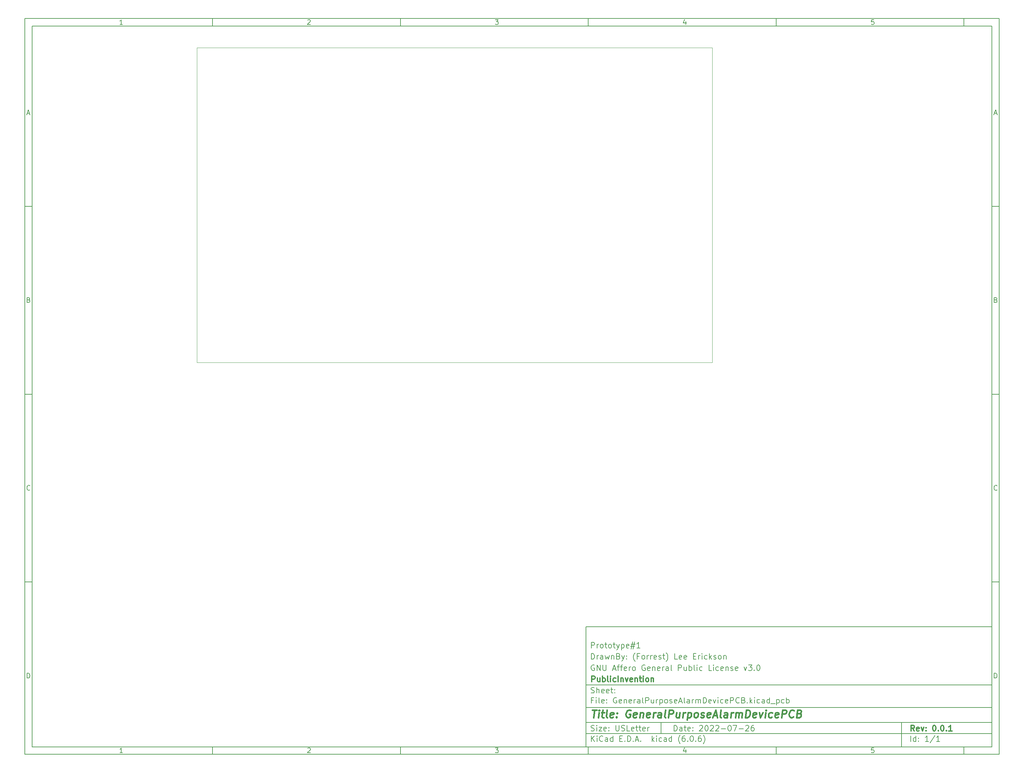
<source format=gbr>
%TF.GenerationSoftware,KiCad,Pcbnew,(6.0.6)*%
%TF.CreationDate,2022-08-04T15:50:23-04:00*%
%TF.ProjectId,GeneralPurposeAlarmDevicePCB,47656e65-7261-46c5-9075-72706f736541,0.0.1*%
%TF.SameCoordinates,Original*%
%TF.FileFunction,Profile,NP*%
%FSLAX46Y46*%
G04 Gerber Fmt 4.6, Leading zero omitted, Abs format (unit mm)*
G04 Created by KiCad (PCBNEW (6.0.6)) date 2022-08-04 15:50:23*
%MOMM*%
%LPD*%
G01*
G04 APERTURE LIST*
%ADD10C,0.100000*%
%ADD11C,0.150000*%
%ADD12C,0.300000*%
%ADD13C,0.400000*%
%TA.AperFunction,Profile*%
%ADD14C,0.050000*%
%TD*%
G04 APERTURE END LIST*
D10*
D11*
X159400000Y-171900000D02*
X159400000Y-203900000D01*
X267400000Y-203900000D01*
X267400000Y-171900000D01*
X159400000Y-171900000D01*
D10*
D11*
X10000000Y-10000000D02*
X10000000Y-205900000D01*
X269400000Y-205900000D01*
X269400000Y-10000000D01*
X10000000Y-10000000D01*
D10*
D11*
X12000000Y-12000000D02*
X12000000Y-203900000D01*
X267400000Y-203900000D01*
X267400000Y-12000000D01*
X12000000Y-12000000D01*
D10*
D11*
X60000000Y-12000000D02*
X60000000Y-10000000D01*
D10*
D11*
X110000000Y-12000000D02*
X110000000Y-10000000D01*
D10*
D11*
X160000000Y-12000000D02*
X160000000Y-10000000D01*
D10*
D11*
X210000000Y-12000000D02*
X210000000Y-10000000D01*
D10*
D11*
X260000000Y-12000000D02*
X260000000Y-10000000D01*
D10*
D11*
X36065476Y-11588095D02*
X35322619Y-11588095D01*
X35694047Y-11588095D02*
X35694047Y-10288095D01*
X35570238Y-10473809D01*
X35446428Y-10597619D01*
X35322619Y-10659523D01*
D10*
D11*
X85322619Y-10411904D02*
X85384523Y-10350000D01*
X85508333Y-10288095D01*
X85817857Y-10288095D01*
X85941666Y-10350000D01*
X86003571Y-10411904D01*
X86065476Y-10535714D01*
X86065476Y-10659523D01*
X86003571Y-10845238D01*
X85260714Y-11588095D01*
X86065476Y-11588095D01*
D10*
D11*
X135260714Y-10288095D02*
X136065476Y-10288095D01*
X135632142Y-10783333D01*
X135817857Y-10783333D01*
X135941666Y-10845238D01*
X136003571Y-10907142D01*
X136065476Y-11030952D01*
X136065476Y-11340476D01*
X136003571Y-11464285D01*
X135941666Y-11526190D01*
X135817857Y-11588095D01*
X135446428Y-11588095D01*
X135322619Y-11526190D01*
X135260714Y-11464285D01*
D10*
D11*
X185941666Y-10721428D02*
X185941666Y-11588095D01*
X185632142Y-10226190D02*
X185322619Y-11154761D01*
X186127380Y-11154761D01*
D10*
D11*
X236003571Y-10288095D02*
X235384523Y-10288095D01*
X235322619Y-10907142D01*
X235384523Y-10845238D01*
X235508333Y-10783333D01*
X235817857Y-10783333D01*
X235941666Y-10845238D01*
X236003571Y-10907142D01*
X236065476Y-11030952D01*
X236065476Y-11340476D01*
X236003571Y-11464285D01*
X235941666Y-11526190D01*
X235817857Y-11588095D01*
X235508333Y-11588095D01*
X235384523Y-11526190D01*
X235322619Y-11464285D01*
D10*
D11*
X60000000Y-203900000D02*
X60000000Y-205900000D01*
D10*
D11*
X110000000Y-203900000D02*
X110000000Y-205900000D01*
D10*
D11*
X160000000Y-203900000D02*
X160000000Y-205900000D01*
D10*
D11*
X210000000Y-203900000D02*
X210000000Y-205900000D01*
D10*
D11*
X260000000Y-203900000D02*
X260000000Y-205900000D01*
D10*
D11*
X36065476Y-205488095D02*
X35322619Y-205488095D01*
X35694047Y-205488095D02*
X35694047Y-204188095D01*
X35570238Y-204373809D01*
X35446428Y-204497619D01*
X35322619Y-204559523D01*
D10*
D11*
X85322619Y-204311904D02*
X85384523Y-204250000D01*
X85508333Y-204188095D01*
X85817857Y-204188095D01*
X85941666Y-204250000D01*
X86003571Y-204311904D01*
X86065476Y-204435714D01*
X86065476Y-204559523D01*
X86003571Y-204745238D01*
X85260714Y-205488095D01*
X86065476Y-205488095D01*
D10*
D11*
X135260714Y-204188095D02*
X136065476Y-204188095D01*
X135632142Y-204683333D01*
X135817857Y-204683333D01*
X135941666Y-204745238D01*
X136003571Y-204807142D01*
X136065476Y-204930952D01*
X136065476Y-205240476D01*
X136003571Y-205364285D01*
X135941666Y-205426190D01*
X135817857Y-205488095D01*
X135446428Y-205488095D01*
X135322619Y-205426190D01*
X135260714Y-205364285D01*
D10*
D11*
X185941666Y-204621428D02*
X185941666Y-205488095D01*
X185632142Y-204126190D02*
X185322619Y-205054761D01*
X186127380Y-205054761D01*
D10*
D11*
X236003571Y-204188095D02*
X235384523Y-204188095D01*
X235322619Y-204807142D01*
X235384523Y-204745238D01*
X235508333Y-204683333D01*
X235817857Y-204683333D01*
X235941666Y-204745238D01*
X236003571Y-204807142D01*
X236065476Y-204930952D01*
X236065476Y-205240476D01*
X236003571Y-205364285D01*
X235941666Y-205426190D01*
X235817857Y-205488095D01*
X235508333Y-205488095D01*
X235384523Y-205426190D01*
X235322619Y-205364285D01*
D10*
D11*
X10000000Y-60000000D02*
X12000000Y-60000000D01*
D10*
D11*
X10000000Y-110000000D02*
X12000000Y-110000000D01*
D10*
D11*
X10000000Y-160000000D02*
X12000000Y-160000000D01*
D10*
D11*
X10690476Y-35216666D02*
X11309523Y-35216666D01*
X10566666Y-35588095D02*
X11000000Y-34288095D01*
X11433333Y-35588095D01*
D10*
D11*
X11092857Y-84907142D02*
X11278571Y-84969047D01*
X11340476Y-85030952D01*
X11402380Y-85154761D01*
X11402380Y-85340476D01*
X11340476Y-85464285D01*
X11278571Y-85526190D01*
X11154761Y-85588095D01*
X10659523Y-85588095D01*
X10659523Y-84288095D01*
X11092857Y-84288095D01*
X11216666Y-84350000D01*
X11278571Y-84411904D01*
X11340476Y-84535714D01*
X11340476Y-84659523D01*
X11278571Y-84783333D01*
X11216666Y-84845238D01*
X11092857Y-84907142D01*
X10659523Y-84907142D01*
D10*
D11*
X11402380Y-135464285D02*
X11340476Y-135526190D01*
X11154761Y-135588095D01*
X11030952Y-135588095D01*
X10845238Y-135526190D01*
X10721428Y-135402380D01*
X10659523Y-135278571D01*
X10597619Y-135030952D01*
X10597619Y-134845238D01*
X10659523Y-134597619D01*
X10721428Y-134473809D01*
X10845238Y-134350000D01*
X11030952Y-134288095D01*
X11154761Y-134288095D01*
X11340476Y-134350000D01*
X11402380Y-134411904D01*
D10*
D11*
X10659523Y-185588095D02*
X10659523Y-184288095D01*
X10969047Y-184288095D01*
X11154761Y-184350000D01*
X11278571Y-184473809D01*
X11340476Y-184597619D01*
X11402380Y-184845238D01*
X11402380Y-185030952D01*
X11340476Y-185278571D01*
X11278571Y-185402380D01*
X11154761Y-185526190D01*
X10969047Y-185588095D01*
X10659523Y-185588095D01*
D10*
D11*
X269400000Y-60000000D02*
X267400000Y-60000000D01*
D10*
D11*
X269400000Y-110000000D02*
X267400000Y-110000000D01*
D10*
D11*
X269400000Y-160000000D02*
X267400000Y-160000000D01*
D10*
D11*
X268090476Y-35216666D02*
X268709523Y-35216666D01*
X267966666Y-35588095D02*
X268400000Y-34288095D01*
X268833333Y-35588095D01*
D10*
D11*
X268492857Y-84907142D02*
X268678571Y-84969047D01*
X268740476Y-85030952D01*
X268802380Y-85154761D01*
X268802380Y-85340476D01*
X268740476Y-85464285D01*
X268678571Y-85526190D01*
X268554761Y-85588095D01*
X268059523Y-85588095D01*
X268059523Y-84288095D01*
X268492857Y-84288095D01*
X268616666Y-84350000D01*
X268678571Y-84411904D01*
X268740476Y-84535714D01*
X268740476Y-84659523D01*
X268678571Y-84783333D01*
X268616666Y-84845238D01*
X268492857Y-84907142D01*
X268059523Y-84907142D01*
D10*
D11*
X268802380Y-135464285D02*
X268740476Y-135526190D01*
X268554761Y-135588095D01*
X268430952Y-135588095D01*
X268245238Y-135526190D01*
X268121428Y-135402380D01*
X268059523Y-135278571D01*
X267997619Y-135030952D01*
X267997619Y-134845238D01*
X268059523Y-134597619D01*
X268121428Y-134473809D01*
X268245238Y-134350000D01*
X268430952Y-134288095D01*
X268554761Y-134288095D01*
X268740476Y-134350000D01*
X268802380Y-134411904D01*
D10*
D11*
X268059523Y-185588095D02*
X268059523Y-184288095D01*
X268369047Y-184288095D01*
X268554761Y-184350000D01*
X268678571Y-184473809D01*
X268740476Y-184597619D01*
X268802380Y-184845238D01*
X268802380Y-185030952D01*
X268740476Y-185278571D01*
X268678571Y-185402380D01*
X268554761Y-185526190D01*
X268369047Y-185588095D01*
X268059523Y-185588095D01*
D10*
D11*
X182832142Y-199678571D02*
X182832142Y-198178571D01*
X183189285Y-198178571D01*
X183403571Y-198250000D01*
X183546428Y-198392857D01*
X183617857Y-198535714D01*
X183689285Y-198821428D01*
X183689285Y-199035714D01*
X183617857Y-199321428D01*
X183546428Y-199464285D01*
X183403571Y-199607142D01*
X183189285Y-199678571D01*
X182832142Y-199678571D01*
X184975000Y-199678571D02*
X184975000Y-198892857D01*
X184903571Y-198750000D01*
X184760714Y-198678571D01*
X184475000Y-198678571D01*
X184332142Y-198750000D01*
X184975000Y-199607142D02*
X184832142Y-199678571D01*
X184475000Y-199678571D01*
X184332142Y-199607142D01*
X184260714Y-199464285D01*
X184260714Y-199321428D01*
X184332142Y-199178571D01*
X184475000Y-199107142D01*
X184832142Y-199107142D01*
X184975000Y-199035714D01*
X185475000Y-198678571D02*
X186046428Y-198678571D01*
X185689285Y-198178571D02*
X185689285Y-199464285D01*
X185760714Y-199607142D01*
X185903571Y-199678571D01*
X186046428Y-199678571D01*
X187117857Y-199607142D02*
X186975000Y-199678571D01*
X186689285Y-199678571D01*
X186546428Y-199607142D01*
X186475000Y-199464285D01*
X186475000Y-198892857D01*
X186546428Y-198750000D01*
X186689285Y-198678571D01*
X186975000Y-198678571D01*
X187117857Y-198750000D01*
X187189285Y-198892857D01*
X187189285Y-199035714D01*
X186475000Y-199178571D01*
X187832142Y-199535714D02*
X187903571Y-199607142D01*
X187832142Y-199678571D01*
X187760714Y-199607142D01*
X187832142Y-199535714D01*
X187832142Y-199678571D01*
X187832142Y-198750000D02*
X187903571Y-198821428D01*
X187832142Y-198892857D01*
X187760714Y-198821428D01*
X187832142Y-198750000D01*
X187832142Y-198892857D01*
X189617857Y-198321428D02*
X189689285Y-198250000D01*
X189832142Y-198178571D01*
X190189285Y-198178571D01*
X190332142Y-198250000D01*
X190403571Y-198321428D01*
X190475000Y-198464285D01*
X190475000Y-198607142D01*
X190403571Y-198821428D01*
X189546428Y-199678571D01*
X190475000Y-199678571D01*
X191403571Y-198178571D02*
X191546428Y-198178571D01*
X191689285Y-198250000D01*
X191760714Y-198321428D01*
X191832142Y-198464285D01*
X191903571Y-198750000D01*
X191903571Y-199107142D01*
X191832142Y-199392857D01*
X191760714Y-199535714D01*
X191689285Y-199607142D01*
X191546428Y-199678571D01*
X191403571Y-199678571D01*
X191260714Y-199607142D01*
X191189285Y-199535714D01*
X191117857Y-199392857D01*
X191046428Y-199107142D01*
X191046428Y-198750000D01*
X191117857Y-198464285D01*
X191189285Y-198321428D01*
X191260714Y-198250000D01*
X191403571Y-198178571D01*
X192475000Y-198321428D02*
X192546428Y-198250000D01*
X192689285Y-198178571D01*
X193046428Y-198178571D01*
X193189285Y-198250000D01*
X193260714Y-198321428D01*
X193332142Y-198464285D01*
X193332142Y-198607142D01*
X193260714Y-198821428D01*
X192403571Y-199678571D01*
X193332142Y-199678571D01*
X193903571Y-198321428D02*
X193975000Y-198250000D01*
X194117857Y-198178571D01*
X194475000Y-198178571D01*
X194617857Y-198250000D01*
X194689285Y-198321428D01*
X194760714Y-198464285D01*
X194760714Y-198607142D01*
X194689285Y-198821428D01*
X193832142Y-199678571D01*
X194760714Y-199678571D01*
X195403571Y-199107142D02*
X196546428Y-199107142D01*
X197546428Y-198178571D02*
X197689285Y-198178571D01*
X197832142Y-198250000D01*
X197903571Y-198321428D01*
X197975000Y-198464285D01*
X198046428Y-198750000D01*
X198046428Y-199107142D01*
X197975000Y-199392857D01*
X197903571Y-199535714D01*
X197832142Y-199607142D01*
X197689285Y-199678571D01*
X197546428Y-199678571D01*
X197403571Y-199607142D01*
X197332142Y-199535714D01*
X197260714Y-199392857D01*
X197189285Y-199107142D01*
X197189285Y-198750000D01*
X197260714Y-198464285D01*
X197332142Y-198321428D01*
X197403571Y-198250000D01*
X197546428Y-198178571D01*
X198546428Y-198178571D02*
X199546428Y-198178571D01*
X198903571Y-199678571D01*
X200117857Y-199107142D02*
X201260714Y-199107142D01*
X201903571Y-198321428D02*
X201975000Y-198250000D01*
X202117857Y-198178571D01*
X202475000Y-198178571D01*
X202617857Y-198250000D01*
X202689285Y-198321428D01*
X202760714Y-198464285D01*
X202760714Y-198607142D01*
X202689285Y-198821428D01*
X201832142Y-199678571D01*
X202760714Y-199678571D01*
X204046428Y-198178571D02*
X203760714Y-198178571D01*
X203617857Y-198250000D01*
X203546428Y-198321428D01*
X203403571Y-198535714D01*
X203332142Y-198821428D01*
X203332142Y-199392857D01*
X203403571Y-199535714D01*
X203475000Y-199607142D01*
X203617857Y-199678571D01*
X203903571Y-199678571D01*
X204046428Y-199607142D01*
X204117857Y-199535714D01*
X204189285Y-199392857D01*
X204189285Y-199035714D01*
X204117857Y-198892857D01*
X204046428Y-198821428D01*
X203903571Y-198750000D01*
X203617857Y-198750000D01*
X203475000Y-198821428D01*
X203403571Y-198892857D01*
X203332142Y-199035714D01*
D10*
D11*
X159400000Y-200400000D02*
X267400000Y-200400000D01*
D10*
D11*
X160832142Y-202478571D02*
X160832142Y-200978571D01*
X161689285Y-202478571D02*
X161046428Y-201621428D01*
X161689285Y-200978571D02*
X160832142Y-201835714D01*
X162332142Y-202478571D02*
X162332142Y-201478571D01*
X162332142Y-200978571D02*
X162260714Y-201050000D01*
X162332142Y-201121428D01*
X162403571Y-201050000D01*
X162332142Y-200978571D01*
X162332142Y-201121428D01*
X163903571Y-202335714D02*
X163832142Y-202407142D01*
X163617857Y-202478571D01*
X163475000Y-202478571D01*
X163260714Y-202407142D01*
X163117857Y-202264285D01*
X163046428Y-202121428D01*
X162975000Y-201835714D01*
X162975000Y-201621428D01*
X163046428Y-201335714D01*
X163117857Y-201192857D01*
X163260714Y-201050000D01*
X163475000Y-200978571D01*
X163617857Y-200978571D01*
X163832142Y-201050000D01*
X163903571Y-201121428D01*
X165189285Y-202478571D02*
X165189285Y-201692857D01*
X165117857Y-201550000D01*
X164975000Y-201478571D01*
X164689285Y-201478571D01*
X164546428Y-201550000D01*
X165189285Y-202407142D02*
X165046428Y-202478571D01*
X164689285Y-202478571D01*
X164546428Y-202407142D01*
X164475000Y-202264285D01*
X164475000Y-202121428D01*
X164546428Y-201978571D01*
X164689285Y-201907142D01*
X165046428Y-201907142D01*
X165189285Y-201835714D01*
X166546428Y-202478571D02*
X166546428Y-200978571D01*
X166546428Y-202407142D02*
X166403571Y-202478571D01*
X166117857Y-202478571D01*
X165975000Y-202407142D01*
X165903571Y-202335714D01*
X165832142Y-202192857D01*
X165832142Y-201764285D01*
X165903571Y-201621428D01*
X165975000Y-201550000D01*
X166117857Y-201478571D01*
X166403571Y-201478571D01*
X166546428Y-201550000D01*
X168403571Y-201692857D02*
X168903571Y-201692857D01*
X169117857Y-202478571D02*
X168403571Y-202478571D01*
X168403571Y-200978571D01*
X169117857Y-200978571D01*
X169760714Y-202335714D02*
X169832142Y-202407142D01*
X169760714Y-202478571D01*
X169689285Y-202407142D01*
X169760714Y-202335714D01*
X169760714Y-202478571D01*
X170475000Y-202478571D02*
X170475000Y-200978571D01*
X170832142Y-200978571D01*
X171046428Y-201050000D01*
X171189285Y-201192857D01*
X171260714Y-201335714D01*
X171332142Y-201621428D01*
X171332142Y-201835714D01*
X171260714Y-202121428D01*
X171189285Y-202264285D01*
X171046428Y-202407142D01*
X170832142Y-202478571D01*
X170475000Y-202478571D01*
X171975000Y-202335714D02*
X172046428Y-202407142D01*
X171975000Y-202478571D01*
X171903571Y-202407142D01*
X171975000Y-202335714D01*
X171975000Y-202478571D01*
X172617857Y-202050000D02*
X173332142Y-202050000D01*
X172475000Y-202478571D02*
X172975000Y-200978571D01*
X173475000Y-202478571D01*
X173975000Y-202335714D02*
X174046428Y-202407142D01*
X173975000Y-202478571D01*
X173903571Y-202407142D01*
X173975000Y-202335714D01*
X173975000Y-202478571D01*
X176975000Y-202478571D02*
X176975000Y-200978571D01*
X177117857Y-201907142D02*
X177546428Y-202478571D01*
X177546428Y-201478571D02*
X176975000Y-202050000D01*
X178189285Y-202478571D02*
X178189285Y-201478571D01*
X178189285Y-200978571D02*
X178117857Y-201050000D01*
X178189285Y-201121428D01*
X178260714Y-201050000D01*
X178189285Y-200978571D01*
X178189285Y-201121428D01*
X179546428Y-202407142D02*
X179403571Y-202478571D01*
X179117857Y-202478571D01*
X178975000Y-202407142D01*
X178903571Y-202335714D01*
X178832142Y-202192857D01*
X178832142Y-201764285D01*
X178903571Y-201621428D01*
X178975000Y-201550000D01*
X179117857Y-201478571D01*
X179403571Y-201478571D01*
X179546428Y-201550000D01*
X180832142Y-202478571D02*
X180832142Y-201692857D01*
X180760714Y-201550000D01*
X180617857Y-201478571D01*
X180332142Y-201478571D01*
X180189285Y-201550000D01*
X180832142Y-202407142D02*
X180689285Y-202478571D01*
X180332142Y-202478571D01*
X180189285Y-202407142D01*
X180117857Y-202264285D01*
X180117857Y-202121428D01*
X180189285Y-201978571D01*
X180332142Y-201907142D01*
X180689285Y-201907142D01*
X180832142Y-201835714D01*
X182189285Y-202478571D02*
X182189285Y-200978571D01*
X182189285Y-202407142D02*
X182046428Y-202478571D01*
X181760714Y-202478571D01*
X181617857Y-202407142D01*
X181546428Y-202335714D01*
X181475000Y-202192857D01*
X181475000Y-201764285D01*
X181546428Y-201621428D01*
X181617857Y-201550000D01*
X181760714Y-201478571D01*
X182046428Y-201478571D01*
X182189285Y-201550000D01*
X184475000Y-203050000D02*
X184403571Y-202978571D01*
X184260714Y-202764285D01*
X184189285Y-202621428D01*
X184117857Y-202407142D01*
X184046428Y-202050000D01*
X184046428Y-201764285D01*
X184117857Y-201407142D01*
X184189285Y-201192857D01*
X184260714Y-201050000D01*
X184403571Y-200835714D01*
X184475000Y-200764285D01*
X185689285Y-200978571D02*
X185403571Y-200978571D01*
X185260714Y-201050000D01*
X185189285Y-201121428D01*
X185046428Y-201335714D01*
X184975000Y-201621428D01*
X184975000Y-202192857D01*
X185046428Y-202335714D01*
X185117857Y-202407142D01*
X185260714Y-202478571D01*
X185546428Y-202478571D01*
X185689285Y-202407142D01*
X185760714Y-202335714D01*
X185832142Y-202192857D01*
X185832142Y-201835714D01*
X185760714Y-201692857D01*
X185689285Y-201621428D01*
X185546428Y-201550000D01*
X185260714Y-201550000D01*
X185117857Y-201621428D01*
X185046428Y-201692857D01*
X184975000Y-201835714D01*
X186475000Y-202335714D02*
X186546428Y-202407142D01*
X186475000Y-202478571D01*
X186403571Y-202407142D01*
X186475000Y-202335714D01*
X186475000Y-202478571D01*
X187475000Y-200978571D02*
X187617857Y-200978571D01*
X187760714Y-201050000D01*
X187832142Y-201121428D01*
X187903571Y-201264285D01*
X187975000Y-201550000D01*
X187975000Y-201907142D01*
X187903571Y-202192857D01*
X187832142Y-202335714D01*
X187760714Y-202407142D01*
X187617857Y-202478571D01*
X187475000Y-202478571D01*
X187332142Y-202407142D01*
X187260714Y-202335714D01*
X187189285Y-202192857D01*
X187117857Y-201907142D01*
X187117857Y-201550000D01*
X187189285Y-201264285D01*
X187260714Y-201121428D01*
X187332142Y-201050000D01*
X187475000Y-200978571D01*
X188617857Y-202335714D02*
X188689285Y-202407142D01*
X188617857Y-202478571D01*
X188546428Y-202407142D01*
X188617857Y-202335714D01*
X188617857Y-202478571D01*
X189975000Y-200978571D02*
X189689285Y-200978571D01*
X189546428Y-201050000D01*
X189475000Y-201121428D01*
X189332142Y-201335714D01*
X189260714Y-201621428D01*
X189260714Y-202192857D01*
X189332142Y-202335714D01*
X189403571Y-202407142D01*
X189546428Y-202478571D01*
X189832142Y-202478571D01*
X189975000Y-202407142D01*
X190046428Y-202335714D01*
X190117857Y-202192857D01*
X190117857Y-201835714D01*
X190046428Y-201692857D01*
X189975000Y-201621428D01*
X189832142Y-201550000D01*
X189546428Y-201550000D01*
X189403571Y-201621428D01*
X189332142Y-201692857D01*
X189260714Y-201835714D01*
X190617857Y-203050000D02*
X190689285Y-202978571D01*
X190832142Y-202764285D01*
X190903571Y-202621428D01*
X190975000Y-202407142D01*
X191046428Y-202050000D01*
X191046428Y-201764285D01*
X190975000Y-201407142D01*
X190903571Y-201192857D01*
X190832142Y-201050000D01*
X190689285Y-200835714D01*
X190617857Y-200764285D01*
D10*
D11*
X159400000Y-197400000D02*
X267400000Y-197400000D01*
D10*
D12*
X246809285Y-199678571D02*
X246309285Y-198964285D01*
X245952142Y-199678571D02*
X245952142Y-198178571D01*
X246523571Y-198178571D01*
X246666428Y-198250000D01*
X246737857Y-198321428D01*
X246809285Y-198464285D01*
X246809285Y-198678571D01*
X246737857Y-198821428D01*
X246666428Y-198892857D01*
X246523571Y-198964285D01*
X245952142Y-198964285D01*
X248023571Y-199607142D02*
X247880714Y-199678571D01*
X247595000Y-199678571D01*
X247452142Y-199607142D01*
X247380714Y-199464285D01*
X247380714Y-198892857D01*
X247452142Y-198750000D01*
X247595000Y-198678571D01*
X247880714Y-198678571D01*
X248023571Y-198750000D01*
X248095000Y-198892857D01*
X248095000Y-199035714D01*
X247380714Y-199178571D01*
X248595000Y-198678571D02*
X248952142Y-199678571D01*
X249309285Y-198678571D01*
X249880714Y-199535714D02*
X249952142Y-199607142D01*
X249880714Y-199678571D01*
X249809285Y-199607142D01*
X249880714Y-199535714D01*
X249880714Y-199678571D01*
X249880714Y-198750000D02*
X249952142Y-198821428D01*
X249880714Y-198892857D01*
X249809285Y-198821428D01*
X249880714Y-198750000D01*
X249880714Y-198892857D01*
X252023571Y-198178571D02*
X252166428Y-198178571D01*
X252309285Y-198250000D01*
X252380714Y-198321428D01*
X252452142Y-198464285D01*
X252523571Y-198750000D01*
X252523571Y-199107142D01*
X252452142Y-199392857D01*
X252380714Y-199535714D01*
X252309285Y-199607142D01*
X252166428Y-199678571D01*
X252023571Y-199678571D01*
X251880714Y-199607142D01*
X251809285Y-199535714D01*
X251737857Y-199392857D01*
X251666428Y-199107142D01*
X251666428Y-198750000D01*
X251737857Y-198464285D01*
X251809285Y-198321428D01*
X251880714Y-198250000D01*
X252023571Y-198178571D01*
X253166428Y-199535714D02*
X253237857Y-199607142D01*
X253166428Y-199678571D01*
X253095000Y-199607142D01*
X253166428Y-199535714D01*
X253166428Y-199678571D01*
X254166428Y-198178571D02*
X254309285Y-198178571D01*
X254452142Y-198250000D01*
X254523571Y-198321428D01*
X254595000Y-198464285D01*
X254666428Y-198750000D01*
X254666428Y-199107142D01*
X254595000Y-199392857D01*
X254523571Y-199535714D01*
X254452142Y-199607142D01*
X254309285Y-199678571D01*
X254166428Y-199678571D01*
X254023571Y-199607142D01*
X253952142Y-199535714D01*
X253880714Y-199392857D01*
X253809285Y-199107142D01*
X253809285Y-198750000D01*
X253880714Y-198464285D01*
X253952142Y-198321428D01*
X254023571Y-198250000D01*
X254166428Y-198178571D01*
X255309285Y-199535714D02*
X255380714Y-199607142D01*
X255309285Y-199678571D01*
X255237857Y-199607142D01*
X255309285Y-199535714D01*
X255309285Y-199678571D01*
X256809285Y-199678571D02*
X255952142Y-199678571D01*
X256380714Y-199678571D02*
X256380714Y-198178571D01*
X256237857Y-198392857D01*
X256095000Y-198535714D01*
X255952142Y-198607142D01*
D10*
D11*
X160760714Y-199607142D02*
X160975000Y-199678571D01*
X161332142Y-199678571D01*
X161475000Y-199607142D01*
X161546428Y-199535714D01*
X161617857Y-199392857D01*
X161617857Y-199250000D01*
X161546428Y-199107142D01*
X161475000Y-199035714D01*
X161332142Y-198964285D01*
X161046428Y-198892857D01*
X160903571Y-198821428D01*
X160832142Y-198750000D01*
X160760714Y-198607142D01*
X160760714Y-198464285D01*
X160832142Y-198321428D01*
X160903571Y-198250000D01*
X161046428Y-198178571D01*
X161403571Y-198178571D01*
X161617857Y-198250000D01*
X162260714Y-199678571D02*
X162260714Y-198678571D01*
X162260714Y-198178571D02*
X162189285Y-198250000D01*
X162260714Y-198321428D01*
X162332142Y-198250000D01*
X162260714Y-198178571D01*
X162260714Y-198321428D01*
X162832142Y-198678571D02*
X163617857Y-198678571D01*
X162832142Y-199678571D01*
X163617857Y-199678571D01*
X164760714Y-199607142D02*
X164617857Y-199678571D01*
X164332142Y-199678571D01*
X164189285Y-199607142D01*
X164117857Y-199464285D01*
X164117857Y-198892857D01*
X164189285Y-198750000D01*
X164332142Y-198678571D01*
X164617857Y-198678571D01*
X164760714Y-198750000D01*
X164832142Y-198892857D01*
X164832142Y-199035714D01*
X164117857Y-199178571D01*
X165475000Y-199535714D02*
X165546428Y-199607142D01*
X165475000Y-199678571D01*
X165403571Y-199607142D01*
X165475000Y-199535714D01*
X165475000Y-199678571D01*
X165475000Y-198750000D02*
X165546428Y-198821428D01*
X165475000Y-198892857D01*
X165403571Y-198821428D01*
X165475000Y-198750000D01*
X165475000Y-198892857D01*
X167332142Y-198178571D02*
X167332142Y-199392857D01*
X167403571Y-199535714D01*
X167475000Y-199607142D01*
X167617857Y-199678571D01*
X167903571Y-199678571D01*
X168046428Y-199607142D01*
X168117857Y-199535714D01*
X168189285Y-199392857D01*
X168189285Y-198178571D01*
X168832142Y-199607142D02*
X169046428Y-199678571D01*
X169403571Y-199678571D01*
X169546428Y-199607142D01*
X169617857Y-199535714D01*
X169689285Y-199392857D01*
X169689285Y-199250000D01*
X169617857Y-199107142D01*
X169546428Y-199035714D01*
X169403571Y-198964285D01*
X169117857Y-198892857D01*
X168975000Y-198821428D01*
X168903571Y-198750000D01*
X168832142Y-198607142D01*
X168832142Y-198464285D01*
X168903571Y-198321428D01*
X168975000Y-198250000D01*
X169117857Y-198178571D01*
X169475000Y-198178571D01*
X169689285Y-198250000D01*
X171046428Y-199678571D02*
X170332142Y-199678571D01*
X170332142Y-198178571D01*
X172117857Y-199607142D02*
X171975000Y-199678571D01*
X171689285Y-199678571D01*
X171546428Y-199607142D01*
X171475000Y-199464285D01*
X171475000Y-198892857D01*
X171546428Y-198750000D01*
X171689285Y-198678571D01*
X171975000Y-198678571D01*
X172117857Y-198750000D01*
X172189285Y-198892857D01*
X172189285Y-199035714D01*
X171475000Y-199178571D01*
X172617857Y-198678571D02*
X173189285Y-198678571D01*
X172832142Y-198178571D02*
X172832142Y-199464285D01*
X172903571Y-199607142D01*
X173046428Y-199678571D01*
X173189285Y-199678571D01*
X173475000Y-198678571D02*
X174046428Y-198678571D01*
X173689285Y-198178571D02*
X173689285Y-199464285D01*
X173760714Y-199607142D01*
X173903571Y-199678571D01*
X174046428Y-199678571D01*
X175117857Y-199607142D02*
X174975000Y-199678571D01*
X174689285Y-199678571D01*
X174546428Y-199607142D01*
X174475000Y-199464285D01*
X174475000Y-198892857D01*
X174546428Y-198750000D01*
X174689285Y-198678571D01*
X174975000Y-198678571D01*
X175117857Y-198750000D01*
X175189285Y-198892857D01*
X175189285Y-199035714D01*
X174475000Y-199178571D01*
X175832142Y-199678571D02*
X175832142Y-198678571D01*
X175832142Y-198964285D02*
X175903571Y-198821428D01*
X175975000Y-198750000D01*
X176117857Y-198678571D01*
X176260714Y-198678571D01*
D10*
D11*
X245832142Y-202478571D02*
X245832142Y-200978571D01*
X247189285Y-202478571D02*
X247189285Y-200978571D01*
X247189285Y-202407142D02*
X247046428Y-202478571D01*
X246760714Y-202478571D01*
X246617857Y-202407142D01*
X246546428Y-202335714D01*
X246475000Y-202192857D01*
X246475000Y-201764285D01*
X246546428Y-201621428D01*
X246617857Y-201550000D01*
X246760714Y-201478571D01*
X247046428Y-201478571D01*
X247189285Y-201550000D01*
X247903571Y-202335714D02*
X247975000Y-202407142D01*
X247903571Y-202478571D01*
X247832142Y-202407142D01*
X247903571Y-202335714D01*
X247903571Y-202478571D01*
X247903571Y-201550000D02*
X247975000Y-201621428D01*
X247903571Y-201692857D01*
X247832142Y-201621428D01*
X247903571Y-201550000D01*
X247903571Y-201692857D01*
X250546428Y-202478571D02*
X249689285Y-202478571D01*
X250117857Y-202478571D02*
X250117857Y-200978571D01*
X249975000Y-201192857D01*
X249832142Y-201335714D01*
X249689285Y-201407142D01*
X252260714Y-200907142D02*
X250975000Y-202835714D01*
X253546428Y-202478571D02*
X252689285Y-202478571D01*
X253117857Y-202478571D02*
X253117857Y-200978571D01*
X252975000Y-201192857D01*
X252832142Y-201335714D01*
X252689285Y-201407142D01*
D10*
D11*
X159400000Y-193400000D02*
X267400000Y-193400000D01*
D10*
D13*
X161112380Y-194104761D02*
X162255238Y-194104761D01*
X161433809Y-196104761D02*
X161683809Y-194104761D01*
X162671904Y-196104761D02*
X162838571Y-194771428D01*
X162921904Y-194104761D02*
X162814761Y-194200000D01*
X162898095Y-194295238D01*
X163005238Y-194200000D01*
X162921904Y-194104761D01*
X162898095Y-194295238D01*
X163505238Y-194771428D02*
X164267142Y-194771428D01*
X163874285Y-194104761D02*
X163660000Y-195819047D01*
X163731428Y-196009523D01*
X163910000Y-196104761D01*
X164100476Y-196104761D01*
X165052857Y-196104761D02*
X164874285Y-196009523D01*
X164802857Y-195819047D01*
X165017142Y-194104761D01*
X166588571Y-196009523D02*
X166386190Y-196104761D01*
X166005238Y-196104761D01*
X165826666Y-196009523D01*
X165755238Y-195819047D01*
X165850476Y-195057142D01*
X165969523Y-194866666D01*
X166171904Y-194771428D01*
X166552857Y-194771428D01*
X166731428Y-194866666D01*
X166802857Y-195057142D01*
X166779047Y-195247619D01*
X165802857Y-195438095D01*
X167552857Y-195914285D02*
X167636190Y-196009523D01*
X167529047Y-196104761D01*
X167445714Y-196009523D01*
X167552857Y-195914285D01*
X167529047Y-196104761D01*
X167683809Y-194866666D02*
X167767142Y-194961904D01*
X167660000Y-195057142D01*
X167576666Y-194961904D01*
X167683809Y-194866666D01*
X167660000Y-195057142D01*
X171290952Y-194200000D02*
X171112380Y-194104761D01*
X170826666Y-194104761D01*
X170529047Y-194200000D01*
X170314761Y-194390476D01*
X170195714Y-194580952D01*
X170052857Y-194961904D01*
X170017142Y-195247619D01*
X170064761Y-195628571D01*
X170136190Y-195819047D01*
X170302857Y-196009523D01*
X170576666Y-196104761D01*
X170767142Y-196104761D01*
X171064761Y-196009523D01*
X171171904Y-195914285D01*
X171255238Y-195247619D01*
X170874285Y-195247619D01*
X172779047Y-196009523D02*
X172576666Y-196104761D01*
X172195714Y-196104761D01*
X172017142Y-196009523D01*
X171945714Y-195819047D01*
X172040952Y-195057142D01*
X172160000Y-194866666D01*
X172362380Y-194771428D01*
X172743333Y-194771428D01*
X172921904Y-194866666D01*
X172993333Y-195057142D01*
X172969523Y-195247619D01*
X171993333Y-195438095D01*
X173886190Y-194771428D02*
X173719523Y-196104761D01*
X173862380Y-194961904D02*
X173969523Y-194866666D01*
X174171904Y-194771428D01*
X174457619Y-194771428D01*
X174636190Y-194866666D01*
X174707619Y-195057142D01*
X174576666Y-196104761D01*
X176302857Y-196009523D02*
X176100476Y-196104761D01*
X175719523Y-196104761D01*
X175540952Y-196009523D01*
X175469523Y-195819047D01*
X175564761Y-195057142D01*
X175683809Y-194866666D01*
X175886190Y-194771428D01*
X176267142Y-194771428D01*
X176445714Y-194866666D01*
X176517142Y-195057142D01*
X176493333Y-195247619D01*
X175517142Y-195438095D01*
X177243333Y-196104761D02*
X177410000Y-194771428D01*
X177362380Y-195152380D02*
X177481428Y-194961904D01*
X177588571Y-194866666D01*
X177790952Y-194771428D01*
X177981428Y-194771428D01*
X179338571Y-196104761D02*
X179469523Y-195057142D01*
X179398095Y-194866666D01*
X179219523Y-194771428D01*
X178838571Y-194771428D01*
X178636190Y-194866666D01*
X179350476Y-196009523D02*
X179148095Y-196104761D01*
X178671904Y-196104761D01*
X178493333Y-196009523D01*
X178421904Y-195819047D01*
X178445714Y-195628571D01*
X178564761Y-195438095D01*
X178767142Y-195342857D01*
X179243333Y-195342857D01*
X179445714Y-195247619D01*
X180576666Y-196104761D02*
X180398095Y-196009523D01*
X180326666Y-195819047D01*
X180540952Y-194104761D01*
X181338571Y-196104761D02*
X181588571Y-194104761D01*
X182350476Y-194104761D01*
X182529047Y-194200000D01*
X182612380Y-194295238D01*
X182683809Y-194485714D01*
X182648095Y-194771428D01*
X182529047Y-194961904D01*
X182421904Y-195057142D01*
X182219523Y-195152380D01*
X181457619Y-195152380D01*
X184362380Y-194771428D02*
X184195714Y-196104761D01*
X183505238Y-194771428D02*
X183374285Y-195819047D01*
X183445714Y-196009523D01*
X183624285Y-196104761D01*
X183910000Y-196104761D01*
X184112380Y-196009523D01*
X184219523Y-195914285D01*
X185148095Y-196104761D02*
X185314761Y-194771428D01*
X185267142Y-195152380D02*
X185386190Y-194961904D01*
X185493333Y-194866666D01*
X185695714Y-194771428D01*
X185886190Y-194771428D01*
X186552857Y-194771428D02*
X186302857Y-196771428D01*
X186540952Y-194866666D02*
X186743333Y-194771428D01*
X187124285Y-194771428D01*
X187302857Y-194866666D01*
X187386190Y-194961904D01*
X187457619Y-195152380D01*
X187386190Y-195723809D01*
X187267142Y-195914285D01*
X187160000Y-196009523D01*
X186957619Y-196104761D01*
X186576666Y-196104761D01*
X186398095Y-196009523D01*
X188481428Y-196104761D02*
X188302857Y-196009523D01*
X188219523Y-195914285D01*
X188148095Y-195723809D01*
X188219523Y-195152380D01*
X188338571Y-194961904D01*
X188445714Y-194866666D01*
X188648095Y-194771428D01*
X188933809Y-194771428D01*
X189112380Y-194866666D01*
X189195714Y-194961904D01*
X189267142Y-195152380D01*
X189195714Y-195723809D01*
X189076666Y-195914285D01*
X188969523Y-196009523D01*
X188767142Y-196104761D01*
X188481428Y-196104761D01*
X189921904Y-196009523D02*
X190100476Y-196104761D01*
X190481428Y-196104761D01*
X190683809Y-196009523D01*
X190802857Y-195819047D01*
X190814761Y-195723809D01*
X190743333Y-195533333D01*
X190564761Y-195438095D01*
X190279047Y-195438095D01*
X190100476Y-195342857D01*
X190029047Y-195152380D01*
X190040952Y-195057142D01*
X190160000Y-194866666D01*
X190362380Y-194771428D01*
X190648095Y-194771428D01*
X190826666Y-194866666D01*
X192398095Y-196009523D02*
X192195714Y-196104761D01*
X191814761Y-196104761D01*
X191636190Y-196009523D01*
X191564761Y-195819047D01*
X191660000Y-195057142D01*
X191779047Y-194866666D01*
X191981428Y-194771428D01*
X192362380Y-194771428D01*
X192540952Y-194866666D01*
X192612380Y-195057142D01*
X192588571Y-195247619D01*
X191612380Y-195438095D01*
X193314761Y-195533333D02*
X194267142Y-195533333D01*
X193052857Y-196104761D02*
X193969523Y-194104761D01*
X194386190Y-196104761D01*
X195338571Y-196104761D02*
X195160000Y-196009523D01*
X195088571Y-195819047D01*
X195302857Y-194104761D01*
X196957619Y-196104761D02*
X197088571Y-195057142D01*
X197017142Y-194866666D01*
X196838571Y-194771428D01*
X196457619Y-194771428D01*
X196255238Y-194866666D01*
X196969523Y-196009523D02*
X196767142Y-196104761D01*
X196290952Y-196104761D01*
X196112380Y-196009523D01*
X196040952Y-195819047D01*
X196064761Y-195628571D01*
X196183809Y-195438095D01*
X196386190Y-195342857D01*
X196862380Y-195342857D01*
X197064761Y-195247619D01*
X197910000Y-196104761D02*
X198076666Y-194771428D01*
X198029047Y-195152380D02*
X198148095Y-194961904D01*
X198255238Y-194866666D01*
X198457619Y-194771428D01*
X198648095Y-194771428D01*
X199148095Y-196104761D02*
X199314761Y-194771428D01*
X199290952Y-194961904D02*
X199398095Y-194866666D01*
X199600476Y-194771428D01*
X199886190Y-194771428D01*
X200064761Y-194866666D01*
X200136190Y-195057142D01*
X200005238Y-196104761D01*
X200136190Y-195057142D02*
X200255238Y-194866666D01*
X200457619Y-194771428D01*
X200743333Y-194771428D01*
X200921904Y-194866666D01*
X200993333Y-195057142D01*
X200862380Y-196104761D01*
X201814761Y-196104761D02*
X202064761Y-194104761D01*
X202540952Y-194104761D01*
X202814761Y-194200000D01*
X202981428Y-194390476D01*
X203052857Y-194580952D01*
X203100476Y-194961904D01*
X203064761Y-195247619D01*
X202921904Y-195628571D01*
X202802857Y-195819047D01*
X202588571Y-196009523D01*
X202290952Y-196104761D01*
X201814761Y-196104761D01*
X204588571Y-196009523D02*
X204386190Y-196104761D01*
X204005238Y-196104761D01*
X203826666Y-196009523D01*
X203755238Y-195819047D01*
X203850476Y-195057142D01*
X203969523Y-194866666D01*
X204171904Y-194771428D01*
X204552857Y-194771428D01*
X204731428Y-194866666D01*
X204802857Y-195057142D01*
X204779047Y-195247619D01*
X203802857Y-195438095D01*
X205505238Y-194771428D02*
X205814761Y-196104761D01*
X206457619Y-194771428D01*
X207052857Y-196104761D02*
X207219523Y-194771428D01*
X207302857Y-194104761D02*
X207195714Y-194200000D01*
X207279047Y-194295238D01*
X207386190Y-194200000D01*
X207302857Y-194104761D01*
X207279047Y-194295238D01*
X208874285Y-196009523D02*
X208671904Y-196104761D01*
X208290952Y-196104761D01*
X208112380Y-196009523D01*
X208029047Y-195914285D01*
X207957619Y-195723809D01*
X208029047Y-195152380D01*
X208148095Y-194961904D01*
X208255238Y-194866666D01*
X208457619Y-194771428D01*
X208838571Y-194771428D01*
X209017142Y-194866666D01*
X210493333Y-196009523D02*
X210290952Y-196104761D01*
X209910000Y-196104761D01*
X209731428Y-196009523D01*
X209660000Y-195819047D01*
X209755238Y-195057142D01*
X209874285Y-194866666D01*
X210076666Y-194771428D01*
X210457619Y-194771428D01*
X210636190Y-194866666D01*
X210707619Y-195057142D01*
X210683809Y-195247619D01*
X209707619Y-195438095D01*
X211433809Y-196104761D02*
X211683809Y-194104761D01*
X212445714Y-194104761D01*
X212624285Y-194200000D01*
X212707619Y-194295238D01*
X212779047Y-194485714D01*
X212743333Y-194771428D01*
X212624285Y-194961904D01*
X212517142Y-195057142D01*
X212314761Y-195152380D01*
X211552857Y-195152380D01*
X214600476Y-195914285D02*
X214493333Y-196009523D01*
X214195714Y-196104761D01*
X214005238Y-196104761D01*
X213731428Y-196009523D01*
X213564761Y-195819047D01*
X213493333Y-195628571D01*
X213445714Y-195247619D01*
X213481428Y-194961904D01*
X213624285Y-194580952D01*
X213743333Y-194390476D01*
X213957619Y-194200000D01*
X214255238Y-194104761D01*
X214445714Y-194104761D01*
X214719523Y-194200000D01*
X214802857Y-194295238D01*
X216231428Y-195057142D02*
X216505238Y-195152380D01*
X216588571Y-195247619D01*
X216660000Y-195438095D01*
X216624285Y-195723809D01*
X216505238Y-195914285D01*
X216398095Y-196009523D01*
X216195714Y-196104761D01*
X215433809Y-196104761D01*
X215683809Y-194104761D01*
X216350476Y-194104761D01*
X216529047Y-194200000D01*
X216612380Y-194295238D01*
X216683809Y-194485714D01*
X216660000Y-194676190D01*
X216540952Y-194866666D01*
X216433809Y-194961904D01*
X216231428Y-195057142D01*
X215564761Y-195057142D01*
D10*
D11*
X161332142Y-191492857D02*
X160832142Y-191492857D01*
X160832142Y-192278571D02*
X160832142Y-190778571D01*
X161546428Y-190778571D01*
X162117857Y-192278571D02*
X162117857Y-191278571D01*
X162117857Y-190778571D02*
X162046428Y-190850000D01*
X162117857Y-190921428D01*
X162189285Y-190850000D01*
X162117857Y-190778571D01*
X162117857Y-190921428D01*
X163046428Y-192278571D02*
X162903571Y-192207142D01*
X162832142Y-192064285D01*
X162832142Y-190778571D01*
X164189285Y-192207142D02*
X164046428Y-192278571D01*
X163760714Y-192278571D01*
X163617857Y-192207142D01*
X163546428Y-192064285D01*
X163546428Y-191492857D01*
X163617857Y-191350000D01*
X163760714Y-191278571D01*
X164046428Y-191278571D01*
X164189285Y-191350000D01*
X164260714Y-191492857D01*
X164260714Y-191635714D01*
X163546428Y-191778571D01*
X164903571Y-192135714D02*
X164975000Y-192207142D01*
X164903571Y-192278571D01*
X164832142Y-192207142D01*
X164903571Y-192135714D01*
X164903571Y-192278571D01*
X164903571Y-191350000D02*
X164975000Y-191421428D01*
X164903571Y-191492857D01*
X164832142Y-191421428D01*
X164903571Y-191350000D01*
X164903571Y-191492857D01*
X167546428Y-190850000D02*
X167403571Y-190778571D01*
X167189285Y-190778571D01*
X166975000Y-190850000D01*
X166832142Y-190992857D01*
X166760714Y-191135714D01*
X166689285Y-191421428D01*
X166689285Y-191635714D01*
X166760714Y-191921428D01*
X166832142Y-192064285D01*
X166975000Y-192207142D01*
X167189285Y-192278571D01*
X167332142Y-192278571D01*
X167546428Y-192207142D01*
X167617857Y-192135714D01*
X167617857Y-191635714D01*
X167332142Y-191635714D01*
X168832142Y-192207142D02*
X168689285Y-192278571D01*
X168403571Y-192278571D01*
X168260714Y-192207142D01*
X168189285Y-192064285D01*
X168189285Y-191492857D01*
X168260714Y-191350000D01*
X168403571Y-191278571D01*
X168689285Y-191278571D01*
X168832142Y-191350000D01*
X168903571Y-191492857D01*
X168903571Y-191635714D01*
X168189285Y-191778571D01*
X169546428Y-191278571D02*
X169546428Y-192278571D01*
X169546428Y-191421428D02*
X169617857Y-191350000D01*
X169760714Y-191278571D01*
X169975000Y-191278571D01*
X170117857Y-191350000D01*
X170189285Y-191492857D01*
X170189285Y-192278571D01*
X171475000Y-192207142D02*
X171332142Y-192278571D01*
X171046428Y-192278571D01*
X170903571Y-192207142D01*
X170832142Y-192064285D01*
X170832142Y-191492857D01*
X170903571Y-191350000D01*
X171046428Y-191278571D01*
X171332142Y-191278571D01*
X171475000Y-191350000D01*
X171546428Y-191492857D01*
X171546428Y-191635714D01*
X170832142Y-191778571D01*
X172189285Y-192278571D02*
X172189285Y-191278571D01*
X172189285Y-191564285D02*
X172260714Y-191421428D01*
X172332142Y-191350000D01*
X172475000Y-191278571D01*
X172617857Y-191278571D01*
X173760714Y-192278571D02*
X173760714Y-191492857D01*
X173689285Y-191350000D01*
X173546428Y-191278571D01*
X173260714Y-191278571D01*
X173117857Y-191350000D01*
X173760714Y-192207142D02*
X173617857Y-192278571D01*
X173260714Y-192278571D01*
X173117857Y-192207142D01*
X173046428Y-192064285D01*
X173046428Y-191921428D01*
X173117857Y-191778571D01*
X173260714Y-191707142D01*
X173617857Y-191707142D01*
X173760714Y-191635714D01*
X174689285Y-192278571D02*
X174546428Y-192207142D01*
X174475000Y-192064285D01*
X174475000Y-190778571D01*
X175260714Y-192278571D02*
X175260714Y-190778571D01*
X175832142Y-190778571D01*
X175975000Y-190850000D01*
X176046428Y-190921428D01*
X176117857Y-191064285D01*
X176117857Y-191278571D01*
X176046428Y-191421428D01*
X175975000Y-191492857D01*
X175832142Y-191564285D01*
X175260714Y-191564285D01*
X177403571Y-191278571D02*
X177403571Y-192278571D01*
X176760714Y-191278571D02*
X176760714Y-192064285D01*
X176832142Y-192207142D01*
X176975000Y-192278571D01*
X177189285Y-192278571D01*
X177332142Y-192207142D01*
X177403571Y-192135714D01*
X178117857Y-192278571D02*
X178117857Y-191278571D01*
X178117857Y-191564285D02*
X178189285Y-191421428D01*
X178260714Y-191350000D01*
X178403571Y-191278571D01*
X178546428Y-191278571D01*
X179046428Y-191278571D02*
X179046428Y-192778571D01*
X179046428Y-191350000D02*
X179189285Y-191278571D01*
X179475000Y-191278571D01*
X179617857Y-191350000D01*
X179689285Y-191421428D01*
X179760714Y-191564285D01*
X179760714Y-191992857D01*
X179689285Y-192135714D01*
X179617857Y-192207142D01*
X179475000Y-192278571D01*
X179189285Y-192278571D01*
X179046428Y-192207142D01*
X180617857Y-192278571D02*
X180475000Y-192207142D01*
X180403571Y-192135714D01*
X180332142Y-191992857D01*
X180332142Y-191564285D01*
X180403571Y-191421428D01*
X180475000Y-191350000D01*
X180617857Y-191278571D01*
X180832142Y-191278571D01*
X180975000Y-191350000D01*
X181046428Y-191421428D01*
X181117857Y-191564285D01*
X181117857Y-191992857D01*
X181046428Y-192135714D01*
X180975000Y-192207142D01*
X180832142Y-192278571D01*
X180617857Y-192278571D01*
X181689285Y-192207142D02*
X181832142Y-192278571D01*
X182117857Y-192278571D01*
X182260714Y-192207142D01*
X182332142Y-192064285D01*
X182332142Y-191992857D01*
X182260714Y-191850000D01*
X182117857Y-191778571D01*
X181903571Y-191778571D01*
X181760714Y-191707142D01*
X181689285Y-191564285D01*
X181689285Y-191492857D01*
X181760714Y-191350000D01*
X181903571Y-191278571D01*
X182117857Y-191278571D01*
X182260714Y-191350000D01*
X183546428Y-192207142D02*
X183403571Y-192278571D01*
X183117857Y-192278571D01*
X182975000Y-192207142D01*
X182903571Y-192064285D01*
X182903571Y-191492857D01*
X182975000Y-191350000D01*
X183117857Y-191278571D01*
X183403571Y-191278571D01*
X183546428Y-191350000D01*
X183617857Y-191492857D01*
X183617857Y-191635714D01*
X182903571Y-191778571D01*
X184189285Y-191850000D02*
X184903571Y-191850000D01*
X184046428Y-192278571D02*
X184546428Y-190778571D01*
X185046428Y-192278571D01*
X185760714Y-192278571D02*
X185617857Y-192207142D01*
X185546428Y-192064285D01*
X185546428Y-190778571D01*
X186975000Y-192278571D02*
X186975000Y-191492857D01*
X186903571Y-191350000D01*
X186760714Y-191278571D01*
X186475000Y-191278571D01*
X186332142Y-191350000D01*
X186975000Y-192207142D02*
X186832142Y-192278571D01*
X186475000Y-192278571D01*
X186332142Y-192207142D01*
X186260714Y-192064285D01*
X186260714Y-191921428D01*
X186332142Y-191778571D01*
X186475000Y-191707142D01*
X186832142Y-191707142D01*
X186975000Y-191635714D01*
X187689285Y-192278571D02*
X187689285Y-191278571D01*
X187689285Y-191564285D02*
X187760714Y-191421428D01*
X187832142Y-191350000D01*
X187975000Y-191278571D01*
X188117857Y-191278571D01*
X188617857Y-192278571D02*
X188617857Y-191278571D01*
X188617857Y-191421428D02*
X188689285Y-191350000D01*
X188832142Y-191278571D01*
X189046428Y-191278571D01*
X189189285Y-191350000D01*
X189260714Y-191492857D01*
X189260714Y-192278571D01*
X189260714Y-191492857D02*
X189332142Y-191350000D01*
X189475000Y-191278571D01*
X189689285Y-191278571D01*
X189832142Y-191350000D01*
X189903571Y-191492857D01*
X189903571Y-192278571D01*
X190617857Y-192278571D02*
X190617857Y-190778571D01*
X190975000Y-190778571D01*
X191189285Y-190850000D01*
X191332142Y-190992857D01*
X191403571Y-191135714D01*
X191475000Y-191421428D01*
X191475000Y-191635714D01*
X191403571Y-191921428D01*
X191332142Y-192064285D01*
X191189285Y-192207142D01*
X190975000Y-192278571D01*
X190617857Y-192278571D01*
X192689285Y-192207142D02*
X192546428Y-192278571D01*
X192260714Y-192278571D01*
X192117857Y-192207142D01*
X192046428Y-192064285D01*
X192046428Y-191492857D01*
X192117857Y-191350000D01*
X192260714Y-191278571D01*
X192546428Y-191278571D01*
X192689285Y-191350000D01*
X192760714Y-191492857D01*
X192760714Y-191635714D01*
X192046428Y-191778571D01*
X193260714Y-191278571D02*
X193617857Y-192278571D01*
X193975000Y-191278571D01*
X194546428Y-192278571D02*
X194546428Y-191278571D01*
X194546428Y-190778571D02*
X194475000Y-190850000D01*
X194546428Y-190921428D01*
X194617857Y-190850000D01*
X194546428Y-190778571D01*
X194546428Y-190921428D01*
X195903571Y-192207142D02*
X195760714Y-192278571D01*
X195475000Y-192278571D01*
X195332142Y-192207142D01*
X195260714Y-192135714D01*
X195189285Y-191992857D01*
X195189285Y-191564285D01*
X195260714Y-191421428D01*
X195332142Y-191350000D01*
X195475000Y-191278571D01*
X195760714Y-191278571D01*
X195903571Y-191350000D01*
X197117857Y-192207142D02*
X196975000Y-192278571D01*
X196689285Y-192278571D01*
X196546428Y-192207142D01*
X196475000Y-192064285D01*
X196475000Y-191492857D01*
X196546428Y-191350000D01*
X196689285Y-191278571D01*
X196975000Y-191278571D01*
X197117857Y-191350000D01*
X197189285Y-191492857D01*
X197189285Y-191635714D01*
X196475000Y-191778571D01*
X197832142Y-192278571D02*
X197832142Y-190778571D01*
X198403571Y-190778571D01*
X198546428Y-190850000D01*
X198617857Y-190921428D01*
X198689285Y-191064285D01*
X198689285Y-191278571D01*
X198617857Y-191421428D01*
X198546428Y-191492857D01*
X198403571Y-191564285D01*
X197832142Y-191564285D01*
X200189285Y-192135714D02*
X200117857Y-192207142D01*
X199903571Y-192278571D01*
X199760714Y-192278571D01*
X199546428Y-192207142D01*
X199403571Y-192064285D01*
X199332142Y-191921428D01*
X199260714Y-191635714D01*
X199260714Y-191421428D01*
X199332142Y-191135714D01*
X199403571Y-190992857D01*
X199546428Y-190850000D01*
X199760714Y-190778571D01*
X199903571Y-190778571D01*
X200117857Y-190850000D01*
X200189285Y-190921428D01*
X201332142Y-191492857D02*
X201546428Y-191564285D01*
X201617857Y-191635714D01*
X201689285Y-191778571D01*
X201689285Y-191992857D01*
X201617857Y-192135714D01*
X201546428Y-192207142D01*
X201403571Y-192278571D01*
X200832142Y-192278571D01*
X200832142Y-190778571D01*
X201332142Y-190778571D01*
X201475000Y-190850000D01*
X201546428Y-190921428D01*
X201617857Y-191064285D01*
X201617857Y-191207142D01*
X201546428Y-191350000D01*
X201475000Y-191421428D01*
X201332142Y-191492857D01*
X200832142Y-191492857D01*
X202332142Y-192135714D02*
X202403571Y-192207142D01*
X202332142Y-192278571D01*
X202260714Y-192207142D01*
X202332142Y-192135714D01*
X202332142Y-192278571D01*
X203046428Y-192278571D02*
X203046428Y-190778571D01*
X203189285Y-191707142D02*
X203617857Y-192278571D01*
X203617857Y-191278571D02*
X203046428Y-191850000D01*
X204260714Y-192278571D02*
X204260714Y-191278571D01*
X204260714Y-190778571D02*
X204189285Y-190850000D01*
X204260714Y-190921428D01*
X204332142Y-190850000D01*
X204260714Y-190778571D01*
X204260714Y-190921428D01*
X205617857Y-192207142D02*
X205475000Y-192278571D01*
X205189285Y-192278571D01*
X205046428Y-192207142D01*
X204975000Y-192135714D01*
X204903571Y-191992857D01*
X204903571Y-191564285D01*
X204975000Y-191421428D01*
X205046428Y-191350000D01*
X205189285Y-191278571D01*
X205475000Y-191278571D01*
X205617857Y-191350000D01*
X206903571Y-192278571D02*
X206903571Y-191492857D01*
X206832142Y-191350000D01*
X206689285Y-191278571D01*
X206403571Y-191278571D01*
X206260714Y-191350000D01*
X206903571Y-192207142D02*
X206760714Y-192278571D01*
X206403571Y-192278571D01*
X206260714Y-192207142D01*
X206189285Y-192064285D01*
X206189285Y-191921428D01*
X206260714Y-191778571D01*
X206403571Y-191707142D01*
X206760714Y-191707142D01*
X206903571Y-191635714D01*
X208260714Y-192278571D02*
X208260714Y-190778571D01*
X208260714Y-192207142D02*
X208117857Y-192278571D01*
X207832142Y-192278571D01*
X207689285Y-192207142D01*
X207617857Y-192135714D01*
X207546428Y-191992857D01*
X207546428Y-191564285D01*
X207617857Y-191421428D01*
X207689285Y-191350000D01*
X207832142Y-191278571D01*
X208117857Y-191278571D01*
X208260714Y-191350000D01*
X208617857Y-192421428D02*
X209760714Y-192421428D01*
X210117857Y-191278571D02*
X210117857Y-192778571D01*
X210117857Y-191350000D02*
X210260714Y-191278571D01*
X210546428Y-191278571D01*
X210689285Y-191350000D01*
X210760714Y-191421428D01*
X210832142Y-191564285D01*
X210832142Y-191992857D01*
X210760714Y-192135714D01*
X210689285Y-192207142D01*
X210546428Y-192278571D01*
X210260714Y-192278571D01*
X210117857Y-192207142D01*
X212117857Y-192207142D02*
X211975000Y-192278571D01*
X211689285Y-192278571D01*
X211546428Y-192207142D01*
X211475000Y-192135714D01*
X211403571Y-191992857D01*
X211403571Y-191564285D01*
X211475000Y-191421428D01*
X211546428Y-191350000D01*
X211689285Y-191278571D01*
X211975000Y-191278571D01*
X212117857Y-191350000D01*
X212760714Y-192278571D02*
X212760714Y-190778571D01*
X212760714Y-191350000D02*
X212903571Y-191278571D01*
X213189285Y-191278571D01*
X213332142Y-191350000D01*
X213403571Y-191421428D01*
X213475000Y-191564285D01*
X213475000Y-191992857D01*
X213403571Y-192135714D01*
X213332142Y-192207142D01*
X213189285Y-192278571D01*
X212903571Y-192278571D01*
X212760714Y-192207142D01*
D10*
D11*
X159400000Y-187400000D02*
X267400000Y-187400000D01*
D10*
D11*
X160760714Y-189507142D02*
X160975000Y-189578571D01*
X161332142Y-189578571D01*
X161475000Y-189507142D01*
X161546428Y-189435714D01*
X161617857Y-189292857D01*
X161617857Y-189150000D01*
X161546428Y-189007142D01*
X161475000Y-188935714D01*
X161332142Y-188864285D01*
X161046428Y-188792857D01*
X160903571Y-188721428D01*
X160832142Y-188650000D01*
X160760714Y-188507142D01*
X160760714Y-188364285D01*
X160832142Y-188221428D01*
X160903571Y-188150000D01*
X161046428Y-188078571D01*
X161403571Y-188078571D01*
X161617857Y-188150000D01*
X162260714Y-189578571D02*
X162260714Y-188078571D01*
X162903571Y-189578571D02*
X162903571Y-188792857D01*
X162832142Y-188650000D01*
X162689285Y-188578571D01*
X162475000Y-188578571D01*
X162332142Y-188650000D01*
X162260714Y-188721428D01*
X164189285Y-189507142D02*
X164046428Y-189578571D01*
X163760714Y-189578571D01*
X163617857Y-189507142D01*
X163546428Y-189364285D01*
X163546428Y-188792857D01*
X163617857Y-188650000D01*
X163760714Y-188578571D01*
X164046428Y-188578571D01*
X164189285Y-188650000D01*
X164260714Y-188792857D01*
X164260714Y-188935714D01*
X163546428Y-189078571D01*
X165475000Y-189507142D02*
X165332142Y-189578571D01*
X165046428Y-189578571D01*
X164903571Y-189507142D01*
X164832142Y-189364285D01*
X164832142Y-188792857D01*
X164903571Y-188650000D01*
X165046428Y-188578571D01*
X165332142Y-188578571D01*
X165475000Y-188650000D01*
X165546428Y-188792857D01*
X165546428Y-188935714D01*
X164832142Y-189078571D01*
X165975000Y-188578571D02*
X166546428Y-188578571D01*
X166189285Y-188078571D02*
X166189285Y-189364285D01*
X166260714Y-189507142D01*
X166403571Y-189578571D01*
X166546428Y-189578571D01*
X167046428Y-189435714D02*
X167117857Y-189507142D01*
X167046428Y-189578571D01*
X166975000Y-189507142D01*
X167046428Y-189435714D01*
X167046428Y-189578571D01*
X167046428Y-188650000D02*
X167117857Y-188721428D01*
X167046428Y-188792857D01*
X166975000Y-188721428D01*
X167046428Y-188650000D01*
X167046428Y-188792857D01*
D10*
D12*
X160952142Y-186578571D02*
X160952142Y-185078571D01*
X161523571Y-185078571D01*
X161666428Y-185150000D01*
X161737857Y-185221428D01*
X161809285Y-185364285D01*
X161809285Y-185578571D01*
X161737857Y-185721428D01*
X161666428Y-185792857D01*
X161523571Y-185864285D01*
X160952142Y-185864285D01*
X163095000Y-185578571D02*
X163095000Y-186578571D01*
X162452142Y-185578571D02*
X162452142Y-186364285D01*
X162523571Y-186507142D01*
X162666428Y-186578571D01*
X162880714Y-186578571D01*
X163023571Y-186507142D01*
X163095000Y-186435714D01*
X163809285Y-186578571D02*
X163809285Y-185078571D01*
X163809285Y-185650000D02*
X163952142Y-185578571D01*
X164237857Y-185578571D01*
X164380714Y-185650000D01*
X164452142Y-185721428D01*
X164523571Y-185864285D01*
X164523571Y-186292857D01*
X164452142Y-186435714D01*
X164380714Y-186507142D01*
X164237857Y-186578571D01*
X163952142Y-186578571D01*
X163809285Y-186507142D01*
X165380714Y-186578571D02*
X165237857Y-186507142D01*
X165166428Y-186364285D01*
X165166428Y-185078571D01*
X165952142Y-186578571D02*
X165952142Y-185578571D01*
X165952142Y-185078571D02*
X165880714Y-185150000D01*
X165952142Y-185221428D01*
X166023571Y-185150000D01*
X165952142Y-185078571D01*
X165952142Y-185221428D01*
X167309285Y-186507142D02*
X167166428Y-186578571D01*
X166880714Y-186578571D01*
X166737857Y-186507142D01*
X166666428Y-186435714D01*
X166595000Y-186292857D01*
X166595000Y-185864285D01*
X166666428Y-185721428D01*
X166737857Y-185650000D01*
X166880714Y-185578571D01*
X167166428Y-185578571D01*
X167309285Y-185650000D01*
X167952142Y-186578571D02*
X167952142Y-185078571D01*
X168666428Y-185578571D02*
X168666428Y-186578571D01*
X168666428Y-185721428D02*
X168737857Y-185650000D01*
X168880714Y-185578571D01*
X169095000Y-185578571D01*
X169237857Y-185650000D01*
X169309285Y-185792857D01*
X169309285Y-186578571D01*
X169880714Y-185578571D02*
X170237857Y-186578571D01*
X170595000Y-185578571D01*
X171737857Y-186507142D02*
X171595000Y-186578571D01*
X171309285Y-186578571D01*
X171166428Y-186507142D01*
X171095000Y-186364285D01*
X171095000Y-185792857D01*
X171166428Y-185650000D01*
X171309285Y-185578571D01*
X171595000Y-185578571D01*
X171737857Y-185650000D01*
X171809285Y-185792857D01*
X171809285Y-185935714D01*
X171095000Y-186078571D01*
X172452142Y-185578571D02*
X172452142Y-186578571D01*
X172452142Y-185721428D02*
X172523571Y-185650000D01*
X172666428Y-185578571D01*
X172880714Y-185578571D01*
X173023571Y-185650000D01*
X173095000Y-185792857D01*
X173095000Y-186578571D01*
X173595000Y-185578571D02*
X174166428Y-185578571D01*
X173809285Y-185078571D02*
X173809285Y-186364285D01*
X173880714Y-186507142D01*
X174023571Y-186578571D01*
X174166428Y-186578571D01*
X174666428Y-186578571D02*
X174666428Y-185578571D01*
X174666428Y-185078571D02*
X174595000Y-185150000D01*
X174666428Y-185221428D01*
X174737857Y-185150000D01*
X174666428Y-185078571D01*
X174666428Y-185221428D01*
X175595000Y-186578571D02*
X175452142Y-186507142D01*
X175380714Y-186435714D01*
X175309285Y-186292857D01*
X175309285Y-185864285D01*
X175380714Y-185721428D01*
X175452142Y-185650000D01*
X175595000Y-185578571D01*
X175809285Y-185578571D01*
X175952142Y-185650000D01*
X176023571Y-185721428D01*
X176095000Y-185864285D01*
X176095000Y-186292857D01*
X176023571Y-186435714D01*
X175952142Y-186507142D01*
X175809285Y-186578571D01*
X175595000Y-186578571D01*
X176737857Y-185578571D02*
X176737857Y-186578571D01*
X176737857Y-185721428D02*
X176809285Y-185650000D01*
X176952142Y-185578571D01*
X177166428Y-185578571D01*
X177309285Y-185650000D01*
X177380714Y-185792857D01*
X177380714Y-186578571D01*
D10*
D11*
X161617857Y-182150000D02*
X161475000Y-182078571D01*
X161260714Y-182078571D01*
X161046428Y-182150000D01*
X160903571Y-182292857D01*
X160832142Y-182435714D01*
X160760714Y-182721428D01*
X160760714Y-182935714D01*
X160832142Y-183221428D01*
X160903571Y-183364285D01*
X161046428Y-183507142D01*
X161260714Y-183578571D01*
X161403571Y-183578571D01*
X161617857Y-183507142D01*
X161689285Y-183435714D01*
X161689285Y-182935714D01*
X161403571Y-182935714D01*
X162332142Y-183578571D02*
X162332142Y-182078571D01*
X163189285Y-183578571D01*
X163189285Y-182078571D01*
X163903571Y-182078571D02*
X163903571Y-183292857D01*
X163975000Y-183435714D01*
X164046428Y-183507142D01*
X164189285Y-183578571D01*
X164475000Y-183578571D01*
X164617857Y-183507142D01*
X164689285Y-183435714D01*
X164760714Y-183292857D01*
X164760714Y-182078571D01*
X166546428Y-183150000D02*
X167260714Y-183150000D01*
X166403571Y-183578571D02*
X166903571Y-182078571D01*
X167403571Y-183578571D01*
X167689285Y-182578571D02*
X168260714Y-182578571D01*
X167903571Y-183578571D02*
X167903571Y-182292857D01*
X167975000Y-182150000D01*
X168117857Y-182078571D01*
X168260714Y-182078571D01*
X168546428Y-182578571D02*
X169117857Y-182578571D01*
X168760714Y-183578571D02*
X168760714Y-182292857D01*
X168832142Y-182150000D01*
X168975000Y-182078571D01*
X169117857Y-182078571D01*
X170189285Y-183507142D02*
X170046428Y-183578571D01*
X169760714Y-183578571D01*
X169617857Y-183507142D01*
X169546428Y-183364285D01*
X169546428Y-182792857D01*
X169617857Y-182650000D01*
X169760714Y-182578571D01*
X170046428Y-182578571D01*
X170189285Y-182650000D01*
X170260714Y-182792857D01*
X170260714Y-182935714D01*
X169546428Y-183078571D01*
X170903571Y-183578571D02*
X170903571Y-182578571D01*
X170903571Y-182864285D02*
X170975000Y-182721428D01*
X171046428Y-182650000D01*
X171189285Y-182578571D01*
X171332142Y-182578571D01*
X172046428Y-183578571D02*
X171903571Y-183507142D01*
X171832142Y-183435714D01*
X171760714Y-183292857D01*
X171760714Y-182864285D01*
X171832142Y-182721428D01*
X171903571Y-182650000D01*
X172046428Y-182578571D01*
X172260714Y-182578571D01*
X172403571Y-182650000D01*
X172475000Y-182721428D01*
X172546428Y-182864285D01*
X172546428Y-183292857D01*
X172475000Y-183435714D01*
X172403571Y-183507142D01*
X172260714Y-183578571D01*
X172046428Y-183578571D01*
X175117857Y-182150000D02*
X174975000Y-182078571D01*
X174760714Y-182078571D01*
X174546428Y-182150000D01*
X174403571Y-182292857D01*
X174332142Y-182435714D01*
X174260714Y-182721428D01*
X174260714Y-182935714D01*
X174332142Y-183221428D01*
X174403571Y-183364285D01*
X174546428Y-183507142D01*
X174760714Y-183578571D01*
X174903571Y-183578571D01*
X175117857Y-183507142D01*
X175189285Y-183435714D01*
X175189285Y-182935714D01*
X174903571Y-182935714D01*
X176403571Y-183507142D02*
X176260714Y-183578571D01*
X175975000Y-183578571D01*
X175832142Y-183507142D01*
X175760714Y-183364285D01*
X175760714Y-182792857D01*
X175832142Y-182650000D01*
X175975000Y-182578571D01*
X176260714Y-182578571D01*
X176403571Y-182650000D01*
X176475000Y-182792857D01*
X176475000Y-182935714D01*
X175760714Y-183078571D01*
X177117857Y-182578571D02*
X177117857Y-183578571D01*
X177117857Y-182721428D02*
X177189285Y-182650000D01*
X177332142Y-182578571D01*
X177546428Y-182578571D01*
X177689285Y-182650000D01*
X177760714Y-182792857D01*
X177760714Y-183578571D01*
X179046428Y-183507142D02*
X178903571Y-183578571D01*
X178617857Y-183578571D01*
X178475000Y-183507142D01*
X178403571Y-183364285D01*
X178403571Y-182792857D01*
X178475000Y-182650000D01*
X178617857Y-182578571D01*
X178903571Y-182578571D01*
X179046428Y-182650000D01*
X179117857Y-182792857D01*
X179117857Y-182935714D01*
X178403571Y-183078571D01*
X179760714Y-183578571D02*
X179760714Y-182578571D01*
X179760714Y-182864285D02*
X179832142Y-182721428D01*
X179903571Y-182650000D01*
X180046428Y-182578571D01*
X180189285Y-182578571D01*
X181332142Y-183578571D02*
X181332142Y-182792857D01*
X181260714Y-182650000D01*
X181117857Y-182578571D01*
X180832142Y-182578571D01*
X180689285Y-182650000D01*
X181332142Y-183507142D02*
X181189285Y-183578571D01*
X180832142Y-183578571D01*
X180689285Y-183507142D01*
X180617857Y-183364285D01*
X180617857Y-183221428D01*
X180689285Y-183078571D01*
X180832142Y-183007142D01*
X181189285Y-183007142D01*
X181332142Y-182935714D01*
X182260714Y-183578571D02*
X182117857Y-183507142D01*
X182046428Y-183364285D01*
X182046428Y-182078571D01*
X183975000Y-183578571D02*
X183975000Y-182078571D01*
X184546428Y-182078571D01*
X184689285Y-182150000D01*
X184760714Y-182221428D01*
X184832142Y-182364285D01*
X184832142Y-182578571D01*
X184760714Y-182721428D01*
X184689285Y-182792857D01*
X184546428Y-182864285D01*
X183975000Y-182864285D01*
X186117857Y-182578571D02*
X186117857Y-183578571D01*
X185475000Y-182578571D02*
X185475000Y-183364285D01*
X185546428Y-183507142D01*
X185689285Y-183578571D01*
X185903571Y-183578571D01*
X186046428Y-183507142D01*
X186117857Y-183435714D01*
X186832142Y-183578571D02*
X186832142Y-182078571D01*
X186832142Y-182650000D02*
X186975000Y-182578571D01*
X187260714Y-182578571D01*
X187403571Y-182650000D01*
X187475000Y-182721428D01*
X187546428Y-182864285D01*
X187546428Y-183292857D01*
X187475000Y-183435714D01*
X187403571Y-183507142D01*
X187260714Y-183578571D01*
X186975000Y-183578571D01*
X186832142Y-183507142D01*
X188403571Y-183578571D02*
X188260714Y-183507142D01*
X188189285Y-183364285D01*
X188189285Y-182078571D01*
X188975000Y-183578571D02*
X188975000Y-182578571D01*
X188975000Y-182078571D02*
X188903571Y-182150000D01*
X188975000Y-182221428D01*
X189046428Y-182150000D01*
X188975000Y-182078571D01*
X188975000Y-182221428D01*
X190332142Y-183507142D02*
X190189285Y-183578571D01*
X189903571Y-183578571D01*
X189760714Y-183507142D01*
X189689285Y-183435714D01*
X189617857Y-183292857D01*
X189617857Y-182864285D01*
X189689285Y-182721428D01*
X189760714Y-182650000D01*
X189903571Y-182578571D01*
X190189285Y-182578571D01*
X190332142Y-182650000D01*
X192832142Y-183578571D02*
X192117857Y-183578571D01*
X192117857Y-182078571D01*
X193332142Y-183578571D02*
X193332142Y-182578571D01*
X193332142Y-182078571D02*
X193260714Y-182150000D01*
X193332142Y-182221428D01*
X193403571Y-182150000D01*
X193332142Y-182078571D01*
X193332142Y-182221428D01*
X194689285Y-183507142D02*
X194546428Y-183578571D01*
X194260714Y-183578571D01*
X194117857Y-183507142D01*
X194046428Y-183435714D01*
X193975000Y-183292857D01*
X193975000Y-182864285D01*
X194046428Y-182721428D01*
X194117857Y-182650000D01*
X194260714Y-182578571D01*
X194546428Y-182578571D01*
X194689285Y-182650000D01*
X195903571Y-183507142D02*
X195760714Y-183578571D01*
X195475000Y-183578571D01*
X195332142Y-183507142D01*
X195260714Y-183364285D01*
X195260714Y-182792857D01*
X195332142Y-182650000D01*
X195475000Y-182578571D01*
X195760714Y-182578571D01*
X195903571Y-182650000D01*
X195975000Y-182792857D01*
X195975000Y-182935714D01*
X195260714Y-183078571D01*
X196617857Y-182578571D02*
X196617857Y-183578571D01*
X196617857Y-182721428D02*
X196689285Y-182650000D01*
X196832142Y-182578571D01*
X197046428Y-182578571D01*
X197189285Y-182650000D01*
X197260714Y-182792857D01*
X197260714Y-183578571D01*
X197903571Y-183507142D02*
X198046428Y-183578571D01*
X198332142Y-183578571D01*
X198475000Y-183507142D01*
X198546428Y-183364285D01*
X198546428Y-183292857D01*
X198475000Y-183150000D01*
X198332142Y-183078571D01*
X198117857Y-183078571D01*
X197975000Y-183007142D01*
X197903571Y-182864285D01*
X197903571Y-182792857D01*
X197975000Y-182650000D01*
X198117857Y-182578571D01*
X198332142Y-182578571D01*
X198475000Y-182650000D01*
X199760714Y-183507142D02*
X199617857Y-183578571D01*
X199332142Y-183578571D01*
X199189285Y-183507142D01*
X199117857Y-183364285D01*
X199117857Y-182792857D01*
X199189285Y-182650000D01*
X199332142Y-182578571D01*
X199617857Y-182578571D01*
X199760714Y-182650000D01*
X199832142Y-182792857D01*
X199832142Y-182935714D01*
X199117857Y-183078571D01*
X201475000Y-182578571D02*
X201832142Y-183578571D01*
X202189285Y-182578571D01*
X202617857Y-182078571D02*
X203546428Y-182078571D01*
X203046428Y-182650000D01*
X203260714Y-182650000D01*
X203403571Y-182721428D01*
X203475000Y-182792857D01*
X203546428Y-182935714D01*
X203546428Y-183292857D01*
X203475000Y-183435714D01*
X203403571Y-183507142D01*
X203260714Y-183578571D01*
X202832142Y-183578571D01*
X202689285Y-183507142D01*
X202617857Y-183435714D01*
X204189285Y-183435714D02*
X204260714Y-183507142D01*
X204189285Y-183578571D01*
X204117857Y-183507142D01*
X204189285Y-183435714D01*
X204189285Y-183578571D01*
X205189285Y-182078571D02*
X205332142Y-182078571D01*
X205475000Y-182150000D01*
X205546428Y-182221428D01*
X205617857Y-182364285D01*
X205689285Y-182650000D01*
X205689285Y-183007142D01*
X205617857Y-183292857D01*
X205546428Y-183435714D01*
X205475000Y-183507142D01*
X205332142Y-183578571D01*
X205189285Y-183578571D01*
X205046428Y-183507142D01*
X204975000Y-183435714D01*
X204903571Y-183292857D01*
X204832142Y-183007142D01*
X204832142Y-182650000D01*
X204903571Y-182364285D01*
X204975000Y-182221428D01*
X205046428Y-182150000D01*
X205189285Y-182078571D01*
D10*
D11*
X160832142Y-180578571D02*
X160832142Y-179078571D01*
X161189285Y-179078571D01*
X161403571Y-179150000D01*
X161546428Y-179292857D01*
X161617857Y-179435714D01*
X161689285Y-179721428D01*
X161689285Y-179935714D01*
X161617857Y-180221428D01*
X161546428Y-180364285D01*
X161403571Y-180507142D01*
X161189285Y-180578571D01*
X160832142Y-180578571D01*
X162332142Y-180578571D02*
X162332142Y-179578571D01*
X162332142Y-179864285D02*
X162403571Y-179721428D01*
X162475000Y-179650000D01*
X162617857Y-179578571D01*
X162760714Y-179578571D01*
X163903571Y-180578571D02*
X163903571Y-179792857D01*
X163832142Y-179650000D01*
X163689285Y-179578571D01*
X163403571Y-179578571D01*
X163260714Y-179650000D01*
X163903571Y-180507142D02*
X163760714Y-180578571D01*
X163403571Y-180578571D01*
X163260714Y-180507142D01*
X163189285Y-180364285D01*
X163189285Y-180221428D01*
X163260714Y-180078571D01*
X163403571Y-180007142D01*
X163760714Y-180007142D01*
X163903571Y-179935714D01*
X164475000Y-179578571D02*
X164760714Y-180578571D01*
X165046428Y-179864285D01*
X165332142Y-180578571D01*
X165617857Y-179578571D01*
X166189285Y-179578571D02*
X166189285Y-180578571D01*
X166189285Y-179721428D02*
X166260714Y-179650000D01*
X166403571Y-179578571D01*
X166617857Y-179578571D01*
X166760714Y-179650000D01*
X166832142Y-179792857D01*
X166832142Y-180578571D01*
X168046428Y-179792857D02*
X168260714Y-179864285D01*
X168332142Y-179935714D01*
X168403571Y-180078571D01*
X168403571Y-180292857D01*
X168332142Y-180435714D01*
X168260714Y-180507142D01*
X168117857Y-180578571D01*
X167546428Y-180578571D01*
X167546428Y-179078571D01*
X168046428Y-179078571D01*
X168189285Y-179150000D01*
X168260714Y-179221428D01*
X168332142Y-179364285D01*
X168332142Y-179507142D01*
X168260714Y-179650000D01*
X168189285Y-179721428D01*
X168046428Y-179792857D01*
X167546428Y-179792857D01*
X168903571Y-179578571D02*
X169260714Y-180578571D01*
X169617857Y-179578571D02*
X169260714Y-180578571D01*
X169117857Y-180935714D01*
X169046428Y-181007142D01*
X168903571Y-181078571D01*
X170189285Y-180435714D02*
X170260714Y-180507142D01*
X170189285Y-180578571D01*
X170117857Y-180507142D01*
X170189285Y-180435714D01*
X170189285Y-180578571D01*
X170189285Y-179650000D02*
X170260714Y-179721428D01*
X170189285Y-179792857D01*
X170117857Y-179721428D01*
X170189285Y-179650000D01*
X170189285Y-179792857D01*
X172475000Y-181150000D02*
X172403571Y-181078571D01*
X172260714Y-180864285D01*
X172189285Y-180721428D01*
X172117857Y-180507142D01*
X172046428Y-180150000D01*
X172046428Y-179864285D01*
X172117857Y-179507142D01*
X172189285Y-179292857D01*
X172260714Y-179150000D01*
X172403571Y-178935714D01*
X172475000Y-178864285D01*
X173546428Y-179792857D02*
X173046428Y-179792857D01*
X173046428Y-180578571D02*
X173046428Y-179078571D01*
X173760714Y-179078571D01*
X174546428Y-180578571D02*
X174403571Y-180507142D01*
X174332142Y-180435714D01*
X174260714Y-180292857D01*
X174260714Y-179864285D01*
X174332142Y-179721428D01*
X174403571Y-179650000D01*
X174546428Y-179578571D01*
X174760714Y-179578571D01*
X174903571Y-179650000D01*
X174975000Y-179721428D01*
X175046428Y-179864285D01*
X175046428Y-180292857D01*
X174975000Y-180435714D01*
X174903571Y-180507142D01*
X174760714Y-180578571D01*
X174546428Y-180578571D01*
X175689285Y-180578571D02*
X175689285Y-179578571D01*
X175689285Y-179864285D02*
X175760714Y-179721428D01*
X175832142Y-179650000D01*
X175975000Y-179578571D01*
X176117857Y-179578571D01*
X176617857Y-180578571D02*
X176617857Y-179578571D01*
X176617857Y-179864285D02*
X176689285Y-179721428D01*
X176760714Y-179650000D01*
X176903571Y-179578571D01*
X177046428Y-179578571D01*
X178117857Y-180507142D02*
X177975000Y-180578571D01*
X177689285Y-180578571D01*
X177546428Y-180507142D01*
X177475000Y-180364285D01*
X177475000Y-179792857D01*
X177546428Y-179650000D01*
X177689285Y-179578571D01*
X177975000Y-179578571D01*
X178117857Y-179650000D01*
X178189285Y-179792857D01*
X178189285Y-179935714D01*
X177475000Y-180078571D01*
X178760714Y-180507142D02*
X178903571Y-180578571D01*
X179189285Y-180578571D01*
X179332142Y-180507142D01*
X179403571Y-180364285D01*
X179403571Y-180292857D01*
X179332142Y-180150000D01*
X179189285Y-180078571D01*
X178975000Y-180078571D01*
X178832142Y-180007142D01*
X178760714Y-179864285D01*
X178760714Y-179792857D01*
X178832142Y-179650000D01*
X178975000Y-179578571D01*
X179189285Y-179578571D01*
X179332142Y-179650000D01*
X179832142Y-179578571D02*
X180403571Y-179578571D01*
X180046428Y-179078571D02*
X180046428Y-180364285D01*
X180117857Y-180507142D01*
X180260714Y-180578571D01*
X180403571Y-180578571D01*
X180760714Y-181150000D02*
X180832142Y-181078571D01*
X180975000Y-180864285D01*
X181046428Y-180721428D01*
X181117857Y-180507142D01*
X181189285Y-180150000D01*
X181189285Y-179864285D01*
X181117857Y-179507142D01*
X181046428Y-179292857D01*
X180975000Y-179150000D01*
X180832142Y-178935714D01*
X180760714Y-178864285D01*
X183760714Y-180578571D02*
X183046428Y-180578571D01*
X183046428Y-179078571D01*
X184832142Y-180507142D02*
X184689285Y-180578571D01*
X184403571Y-180578571D01*
X184260714Y-180507142D01*
X184189285Y-180364285D01*
X184189285Y-179792857D01*
X184260714Y-179650000D01*
X184403571Y-179578571D01*
X184689285Y-179578571D01*
X184832142Y-179650000D01*
X184903571Y-179792857D01*
X184903571Y-179935714D01*
X184189285Y-180078571D01*
X186117857Y-180507142D02*
X185975000Y-180578571D01*
X185689285Y-180578571D01*
X185546428Y-180507142D01*
X185475000Y-180364285D01*
X185475000Y-179792857D01*
X185546428Y-179650000D01*
X185689285Y-179578571D01*
X185975000Y-179578571D01*
X186117857Y-179650000D01*
X186189285Y-179792857D01*
X186189285Y-179935714D01*
X185475000Y-180078571D01*
X187975000Y-179792857D02*
X188475000Y-179792857D01*
X188689285Y-180578571D02*
X187975000Y-180578571D01*
X187975000Y-179078571D01*
X188689285Y-179078571D01*
X189332142Y-180578571D02*
X189332142Y-179578571D01*
X189332142Y-179864285D02*
X189403571Y-179721428D01*
X189475000Y-179650000D01*
X189617857Y-179578571D01*
X189760714Y-179578571D01*
X190260714Y-180578571D02*
X190260714Y-179578571D01*
X190260714Y-179078571D02*
X190189285Y-179150000D01*
X190260714Y-179221428D01*
X190332142Y-179150000D01*
X190260714Y-179078571D01*
X190260714Y-179221428D01*
X191617857Y-180507142D02*
X191475000Y-180578571D01*
X191189285Y-180578571D01*
X191046428Y-180507142D01*
X190975000Y-180435714D01*
X190903571Y-180292857D01*
X190903571Y-179864285D01*
X190975000Y-179721428D01*
X191046428Y-179650000D01*
X191189285Y-179578571D01*
X191475000Y-179578571D01*
X191617857Y-179650000D01*
X192260714Y-180578571D02*
X192260714Y-179078571D01*
X192403571Y-180007142D02*
X192832142Y-180578571D01*
X192832142Y-179578571D02*
X192260714Y-180150000D01*
X193403571Y-180507142D02*
X193546428Y-180578571D01*
X193832142Y-180578571D01*
X193975000Y-180507142D01*
X194046428Y-180364285D01*
X194046428Y-180292857D01*
X193975000Y-180150000D01*
X193832142Y-180078571D01*
X193617857Y-180078571D01*
X193475000Y-180007142D01*
X193403571Y-179864285D01*
X193403571Y-179792857D01*
X193475000Y-179650000D01*
X193617857Y-179578571D01*
X193832142Y-179578571D01*
X193975000Y-179650000D01*
X194903571Y-180578571D02*
X194760714Y-180507142D01*
X194689285Y-180435714D01*
X194617857Y-180292857D01*
X194617857Y-179864285D01*
X194689285Y-179721428D01*
X194760714Y-179650000D01*
X194903571Y-179578571D01*
X195117857Y-179578571D01*
X195260714Y-179650000D01*
X195332142Y-179721428D01*
X195403571Y-179864285D01*
X195403571Y-180292857D01*
X195332142Y-180435714D01*
X195260714Y-180507142D01*
X195117857Y-180578571D01*
X194903571Y-180578571D01*
X196046428Y-179578571D02*
X196046428Y-180578571D01*
X196046428Y-179721428D02*
X196117857Y-179650000D01*
X196260714Y-179578571D01*
X196475000Y-179578571D01*
X196617857Y-179650000D01*
X196689285Y-179792857D01*
X196689285Y-180578571D01*
D10*
D11*
X160832142Y-177578571D02*
X160832142Y-176078571D01*
X161403571Y-176078571D01*
X161546428Y-176150000D01*
X161617857Y-176221428D01*
X161689285Y-176364285D01*
X161689285Y-176578571D01*
X161617857Y-176721428D01*
X161546428Y-176792857D01*
X161403571Y-176864285D01*
X160832142Y-176864285D01*
X162332142Y-177578571D02*
X162332142Y-176578571D01*
X162332142Y-176864285D02*
X162403571Y-176721428D01*
X162475000Y-176650000D01*
X162617857Y-176578571D01*
X162760714Y-176578571D01*
X163475000Y-177578571D02*
X163332142Y-177507142D01*
X163260714Y-177435714D01*
X163189285Y-177292857D01*
X163189285Y-176864285D01*
X163260714Y-176721428D01*
X163332142Y-176650000D01*
X163475000Y-176578571D01*
X163689285Y-176578571D01*
X163832142Y-176650000D01*
X163903571Y-176721428D01*
X163975000Y-176864285D01*
X163975000Y-177292857D01*
X163903571Y-177435714D01*
X163832142Y-177507142D01*
X163689285Y-177578571D01*
X163475000Y-177578571D01*
X164403571Y-176578571D02*
X164975000Y-176578571D01*
X164617857Y-176078571D02*
X164617857Y-177364285D01*
X164689285Y-177507142D01*
X164832142Y-177578571D01*
X164975000Y-177578571D01*
X165689285Y-177578571D02*
X165546428Y-177507142D01*
X165475000Y-177435714D01*
X165403571Y-177292857D01*
X165403571Y-176864285D01*
X165475000Y-176721428D01*
X165546428Y-176650000D01*
X165689285Y-176578571D01*
X165903571Y-176578571D01*
X166046428Y-176650000D01*
X166117857Y-176721428D01*
X166189285Y-176864285D01*
X166189285Y-177292857D01*
X166117857Y-177435714D01*
X166046428Y-177507142D01*
X165903571Y-177578571D01*
X165689285Y-177578571D01*
X166617857Y-176578571D02*
X167189285Y-176578571D01*
X166832142Y-176078571D02*
X166832142Y-177364285D01*
X166903571Y-177507142D01*
X167046428Y-177578571D01*
X167189285Y-177578571D01*
X167546428Y-176578571D02*
X167903571Y-177578571D01*
X168260714Y-176578571D02*
X167903571Y-177578571D01*
X167760714Y-177935714D01*
X167689285Y-178007142D01*
X167546428Y-178078571D01*
X168832142Y-176578571D02*
X168832142Y-178078571D01*
X168832142Y-176650000D02*
X168975000Y-176578571D01*
X169260714Y-176578571D01*
X169403571Y-176650000D01*
X169475000Y-176721428D01*
X169546428Y-176864285D01*
X169546428Y-177292857D01*
X169475000Y-177435714D01*
X169403571Y-177507142D01*
X169260714Y-177578571D01*
X168975000Y-177578571D01*
X168832142Y-177507142D01*
X170760714Y-177507142D02*
X170617857Y-177578571D01*
X170332142Y-177578571D01*
X170189285Y-177507142D01*
X170117857Y-177364285D01*
X170117857Y-176792857D01*
X170189285Y-176650000D01*
X170332142Y-176578571D01*
X170617857Y-176578571D01*
X170760714Y-176650000D01*
X170832142Y-176792857D01*
X170832142Y-176935714D01*
X170117857Y-177078571D01*
X171403571Y-176578571D02*
X172475000Y-176578571D01*
X171832142Y-175935714D02*
X171403571Y-177864285D01*
X172332142Y-177221428D02*
X171260714Y-177221428D01*
X171903571Y-177864285D02*
X172332142Y-175935714D01*
X173760714Y-177578571D02*
X172903571Y-177578571D01*
X173332142Y-177578571D02*
X173332142Y-176078571D01*
X173189285Y-176292857D01*
X173046428Y-176435714D01*
X172903571Y-176507142D01*
D10*
D11*
D10*
D11*
X179400000Y-197400000D02*
X179400000Y-200400000D01*
D10*
D11*
X243400000Y-197400000D02*
X243400000Y-203900000D01*
D14*
X193040000Y-17780000D02*
X55880000Y-17780000D01*
X55880000Y-101600000D02*
X193040000Y-101600000D01*
X55880000Y-17780000D02*
X55880000Y-101600000D01*
X193040000Y-101600000D02*
X193040000Y-17780000D01*
M02*

</source>
